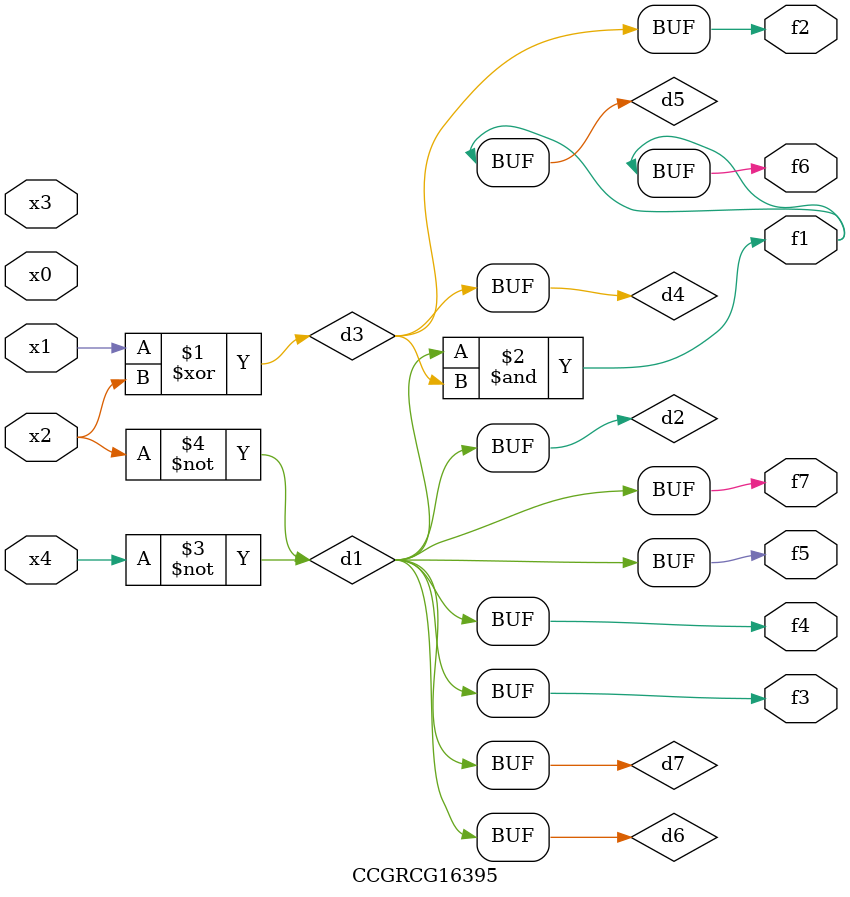
<source format=v>
module CCGRCG16395(
	input x0, x1, x2, x3, x4,
	output f1, f2, f3, f4, f5, f6, f7
);

	wire d1, d2, d3, d4, d5, d6, d7;

	not (d1, x4);
	not (d2, x2);
	xor (d3, x1, x2);
	buf (d4, d3);
	and (d5, d1, d3);
	buf (d6, d1, d2);
	buf (d7, d2);
	assign f1 = d5;
	assign f2 = d4;
	assign f3 = d7;
	assign f4 = d7;
	assign f5 = d7;
	assign f6 = d5;
	assign f7 = d7;
endmodule

</source>
